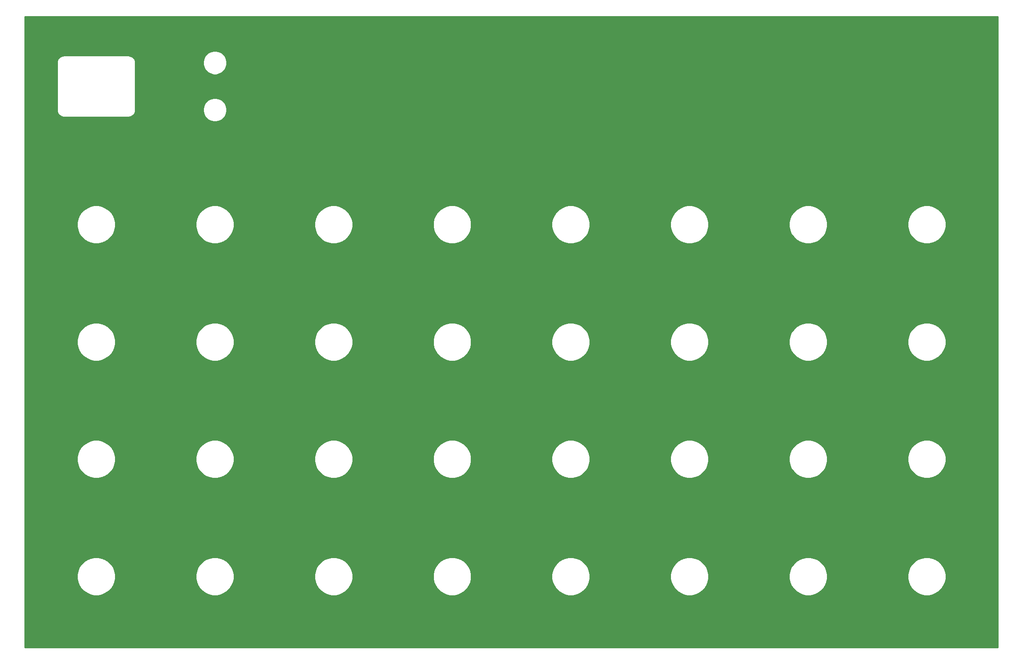
<source format=gbr>
G04 #@! TF.GenerationSoftware,KiCad,Pcbnew,(5.1.8-0-10_14)*
G04 #@! TF.CreationDate,2020-12-02T17:32:51+02:00*
G04 #@! TF.ProjectId,N32B_Top_panel_v1.3,4e333242-5f54-46f7-905f-70616e656c5f,rev?*
G04 #@! TF.SameCoordinates,Original*
G04 #@! TF.FileFunction,Copper,L1,Top*
G04 #@! TF.FilePolarity,Positive*
%FSLAX46Y46*%
G04 Gerber Fmt 4.6, Leading zero omitted, Abs format (unit mm)*
G04 Created by KiCad (PCBNEW (5.1.8-0-10_14)) date 2020-12-02 17:32:51*
%MOMM*%
%LPD*%
G01*
G04 APERTURE LIST*
G04 #@! TA.AperFunction,ComponentPad*
%ADD10C,5.600000*%
G04 #@! TD*
G04 #@! TA.AperFunction,ComponentPad*
%ADD11C,5.000000*%
G04 #@! TD*
G04 #@! TA.AperFunction,Conductor*
%ADD12C,0.254000*%
G04 #@! TD*
G04 #@! TA.AperFunction,Conductor*
%ADD13C,0.100000*%
G04 #@! TD*
G04 APERTURE END LIST*
D10*
X53770000Y-155780001D03*
X149770000Y-155780001D03*
D11*
X53770000Y-33780000D03*
X149770000Y-33780000D03*
X245770000Y-155780001D03*
D10*
X245770000Y-33780000D03*
D12*
X249542639Y-159552697D02*
X50397000Y-159552695D01*
X50397000Y-144593126D01*
X61042006Y-144593126D01*
X61042006Y-145366874D01*
X61192956Y-146125754D01*
X61489057Y-146840603D01*
X61918928Y-147483950D01*
X62466050Y-148031072D01*
X63109397Y-148460943D01*
X63824246Y-148757044D01*
X64583126Y-148907994D01*
X65356874Y-148907994D01*
X66115754Y-148757044D01*
X66830603Y-148460943D01*
X67473950Y-148031072D01*
X68021072Y-147483950D01*
X68450943Y-146840603D01*
X68747044Y-146125754D01*
X68897994Y-145366874D01*
X68897994Y-144593126D01*
X85327720Y-144593126D01*
X85327720Y-145366874D01*
X85478670Y-146125754D01*
X85774771Y-146840603D01*
X86204642Y-147483950D01*
X86751764Y-148031072D01*
X87395111Y-148460943D01*
X88109960Y-148757044D01*
X88868840Y-148907994D01*
X89642588Y-148907994D01*
X90401468Y-148757044D01*
X91116317Y-148460943D01*
X91759664Y-148031072D01*
X92306786Y-147483950D01*
X92736657Y-146840603D01*
X93032758Y-146125754D01*
X93183708Y-145366874D01*
X93183708Y-144593126D01*
X109613434Y-144593126D01*
X109613434Y-145366874D01*
X109764384Y-146125754D01*
X110060485Y-146840603D01*
X110490356Y-147483950D01*
X111037478Y-148031072D01*
X111680825Y-148460943D01*
X112395674Y-148757044D01*
X113154554Y-148907994D01*
X113928302Y-148907994D01*
X114687182Y-148757044D01*
X115402031Y-148460943D01*
X116045378Y-148031072D01*
X116592500Y-147483950D01*
X117022371Y-146840603D01*
X117318472Y-146125754D01*
X117469422Y-145366874D01*
X117469422Y-144593126D01*
X133899148Y-144593126D01*
X133899148Y-145366874D01*
X134050098Y-146125754D01*
X134346199Y-146840603D01*
X134776070Y-147483950D01*
X135323192Y-148031072D01*
X135966539Y-148460943D01*
X136681388Y-148757044D01*
X137440268Y-148907994D01*
X138214016Y-148907994D01*
X138972896Y-148757044D01*
X139687745Y-148460943D01*
X140331092Y-148031072D01*
X140878214Y-147483950D01*
X141308085Y-146840603D01*
X141604186Y-146125754D01*
X141755136Y-145366874D01*
X141755136Y-144593126D01*
X158184863Y-144593126D01*
X158184863Y-145366874D01*
X158335813Y-146125754D01*
X158631914Y-146840603D01*
X159061785Y-147483950D01*
X159608907Y-148031072D01*
X160252254Y-148460943D01*
X160967103Y-148757044D01*
X161725983Y-148907994D01*
X162499731Y-148907994D01*
X163258611Y-148757044D01*
X163973460Y-148460943D01*
X164616807Y-148031072D01*
X165163929Y-147483950D01*
X165593800Y-146840603D01*
X165889901Y-146125754D01*
X166040851Y-145366874D01*
X166040851Y-144593126D01*
X182470577Y-144593126D01*
X182470577Y-145366874D01*
X182621527Y-146125754D01*
X182917628Y-146840603D01*
X183347499Y-147483950D01*
X183894621Y-148031072D01*
X184537968Y-148460943D01*
X185252817Y-148757044D01*
X186011697Y-148907994D01*
X186785445Y-148907994D01*
X187544325Y-148757044D01*
X188259174Y-148460943D01*
X188902521Y-148031072D01*
X189449643Y-147483950D01*
X189879514Y-146840603D01*
X190175615Y-146125754D01*
X190326565Y-145366874D01*
X190326565Y-144593126D01*
X206756291Y-144593126D01*
X206756291Y-145366874D01*
X206907241Y-146125754D01*
X207203342Y-146840603D01*
X207633213Y-147483950D01*
X208180335Y-148031072D01*
X208823682Y-148460943D01*
X209538531Y-148757044D01*
X210297411Y-148907994D01*
X211071159Y-148907994D01*
X211830039Y-148757044D01*
X212544888Y-148460943D01*
X213188235Y-148031072D01*
X213735357Y-147483950D01*
X214165228Y-146840603D01*
X214461329Y-146125754D01*
X214612279Y-145366874D01*
X214612279Y-144593126D01*
X231042006Y-144593126D01*
X231042006Y-145366874D01*
X231192956Y-146125754D01*
X231489057Y-146840603D01*
X231918928Y-147483950D01*
X232466050Y-148031072D01*
X233109397Y-148460943D01*
X233824246Y-148757044D01*
X234583126Y-148907994D01*
X235356874Y-148907994D01*
X236115754Y-148757044D01*
X236830603Y-148460943D01*
X237473950Y-148031072D01*
X238021072Y-147483950D01*
X238450943Y-146840603D01*
X238747044Y-146125754D01*
X238897994Y-145366874D01*
X238897994Y-144593126D01*
X238747044Y-143834246D01*
X238450943Y-143119397D01*
X238021072Y-142476050D01*
X237473950Y-141928928D01*
X236830603Y-141499057D01*
X236115754Y-141202956D01*
X235356874Y-141052006D01*
X234583126Y-141052006D01*
X233824246Y-141202956D01*
X233109397Y-141499057D01*
X232466050Y-141928928D01*
X231918928Y-142476050D01*
X231489057Y-143119397D01*
X231192956Y-143834246D01*
X231042006Y-144593126D01*
X214612279Y-144593126D01*
X214461329Y-143834246D01*
X214165228Y-143119397D01*
X213735357Y-142476050D01*
X213188235Y-141928928D01*
X212544888Y-141499057D01*
X211830039Y-141202956D01*
X211071159Y-141052006D01*
X210297411Y-141052006D01*
X209538531Y-141202956D01*
X208823682Y-141499057D01*
X208180335Y-141928928D01*
X207633213Y-142476050D01*
X207203342Y-143119397D01*
X206907241Y-143834246D01*
X206756291Y-144593126D01*
X190326565Y-144593126D01*
X190175615Y-143834246D01*
X189879514Y-143119397D01*
X189449643Y-142476050D01*
X188902521Y-141928928D01*
X188259174Y-141499057D01*
X187544325Y-141202956D01*
X186785445Y-141052006D01*
X186011697Y-141052006D01*
X185252817Y-141202956D01*
X184537968Y-141499057D01*
X183894621Y-141928928D01*
X183347499Y-142476050D01*
X182917628Y-143119397D01*
X182621527Y-143834246D01*
X182470577Y-144593126D01*
X166040851Y-144593126D01*
X165889901Y-143834246D01*
X165593800Y-143119397D01*
X165163929Y-142476050D01*
X164616807Y-141928928D01*
X163973460Y-141499057D01*
X163258611Y-141202956D01*
X162499731Y-141052006D01*
X161725983Y-141052006D01*
X160967103Y-141202956D01*
X160252254Y-141499057D01*
X159608907Y-141928928D01*
X159061785Y-142476050D01*
X158631914Y-143119397D01*
X158335813Y-143834246D01*
X158184863Y-144593126D01*
X141755136Y-144593126D01*
X141604186Y-143834246D01*
X141308085Y-143119397D01*
X140878214Y-142476050D01*
X140331092Y-141928928D01*
X139687745Y-141499057D01*
X138972896Y-141202956D01*
X138214016Y-141052006D01*
X137440268Y-141052006D01*
X136681388Y-141202956D01*
X135966539Y-141499057D01*
X135323192Y-141928928D01*
X134776070Y-142476050D01*
X134346199Y-143119397D01*
X134050098Y-143834246D01*
X133899148Y-144593126D01*
X117469422Y-144593126D01*
X117318472Y-143834246D01*
X117022371Y-143119397D01*
X116592500Y-142476050D01*
X116045378Y-141928928D01*
X115402031Y-141499057D01*
X114687182Y-141202956D01*
X113928302Y-141052006D01*
X113154554Y-141052006D01*
X112395674Y-141202956D01*
X111680825Y-141499057D01*
X111037478Y-141928928D01*
X110490356Y-142476050D01*
X110060485Y-143119397D01*
X109764384Y-143834246D01*
X109613434Y-144593126D01*
X93183708Y-144593126D01*
X93032758Y-143834246D01*
X92736657Y-143119397D01*
X92306786Y-142476050D01*
X91759664Y-141928928D01*
X91116317Y-141499057D01*
X90401468Y-141202956D01*
X89642588Y-141052006D01*
X88868840Y-141052006D01*
X88109960Y-141202956D01*
X87395111Y-141499057D01*
X86751764Y-141928928D01*
X86204642Y-142476050D01*
X85774771Y-143119397D01*
X85478670Y-143834246D01*
X85327720Y-144593126D01*
X68897994Y-144593126D01*
X68747044Y-143834246D01*
X68450943Y-143119397D01*
X68021072Y-142476050D01*
X67473950Y-141928928D01*
X66830603Y-141499057D01*
X66115754Y-141202956D01*
X65356874Y-141052006D01*
X64583126Y-141052006D01*
X63824246Y-141202956D01*
X63109397Y-141499057D01*
X62466050Y-141928928D01*
X61918928Y-142476050D01*
X61489057Y-143119397D01*
X61192956Y-143834246D01*
X61042006Y-144593126D01*
X50397000Y-144593126D01*
X50397000Y-120593126D01*
X61042006Y-120593126D01*
X61042006Y-121366874D01*
X61192956Y-122125754D01*
X61489057Y-122840603D01*
X61918928Y-123483950D01*
X62466050Y-124031072D01*
X63109397Y-124460943D01*
X63824246Y-124757044D01*
X64583126Y-124907994D01*
X65356874Y-124907994D01*
X66115754Y-124757044D01*
X66830603Y-124460943D01*
X67473950Y-124031072D01*
X68021072Y-123483950D01*
X68450943Y-122840603D01*
X68747044Y-122125754D01*
X68897994Y-121366874D01*
X68897994Y-120593126D01*
X85327720Y-120593126D01*
X85327720Y-121366874D01*
X85478670Y-122125754D01*
X85774771Y-122840603D01*
X86204642Y-123483950D01*
X86751764Y-124031072D01*
X87395111Y-124460943D01*
X88109960Y-124757044D01*
X88868840Y-124907994D01*
X89642588Y-124907994D01*
X90401468Y-124757044D01*
X91116317Y-124460943D01*
X91759664Y-124031072D01*
X92306786Y-123483950D01*
X92736657Y-122840603D01*
X93032758Y-122125754D01*
X93183708Y-121366874D01*
X93183708Y-120593126D01*
X109613434Y-120593126D01*
X109613434Y-121366874D01*
X109764384Y-122125754D01*
X110060485Y-122840603D01*
X110490356Y-123483950D01*
X111037478Y-124031072D01*
X111680825Y-124460943D01*
X112395674Y-124757044D01*
X113154554Y-124907994D01*
X113928302Y-124907994D01*
X114687182Y-124757044D01*
X115402031Y-124460943D01*
X116045378Y-124031072D01*
X116592500Y-123483950D01*
X117022371Y-122840603D01*
X117318472Y-122125754D01*
X117469422Y-121366874D01*
X117469422Y-120593126D01*
X133899148Y-120593126D01*
X133899148Y-121366874D01*
X134050098Y-122125754D01*
X134346199Y-122840603D01*
X134776070Y-123483950D01*
X135323192Y-124031072D01*
X135966539Y-124460943D01*
X136681388Y-124757044D01*
X137440268Y-124907994D01*
X138214016Y-124907994D01*
X138972896Y-124757044D01*
X139687745Y-124460943D01*
X140331092Y-124031072D01*
X140878214Y-123483950D01*
X141308085Y-122840603D01*
X141604186Y-122125754D01*
X141755136Y-121366874D01*
X141755136Y-120593126D01*
X158184863Y-120593126D01*
X158184863Y-121366874D01*
X158335813Y-122125754D01*
X158631914Y-122840603D01*
X159061785Y-123483950D01*
X159608907Y-124031072D01*
X160252254Y-124460943D01*
X160967103Y-124757044D01*
X161725983Y-124907994D01*
X162499731Y-124907994D01*
X163258611Y-124757044D01*
X163973460Y-124460943D01*
X164616807Y-124031072D01*
X165163929Y-123483950D01*
X165593800Y-122840603D01*
X165889901Y-122125754D01*
X166040851Y-121366874D01*
X166040851Y-120593126D01*
X182470577Y-120593126D01*
X182470577Y-121366874D01*
X182621527Y-122125754D01*
X182917628Y-122840603D01*
X183347499Y-123483950D01*
X183894621Y-124031072D01*
X184537968Y-124460943D01*
X185252817Y-124757044D01*
X186011697Y-124907994D01*
X186785445Y-124907994D01*
X187544325Y-124757044D01*
X188259174Y-124460943D01*
X188902521Y-124031072D01*
X189449643Y-123483950D01*
X189879514Y-122840603D01*
X190175615Y-122125754D01*
X190326565Y-121366874D01*
X190326565Y-120593126D01*
X206756291Y-120593126D01*
X206756291Y-121366874D01*
X206907241Y-122125754D01*
X207203342Y-122840603D01*
X207633213Y-123483950D01*
X208180335Y-124031072D01*
X208823682Y-124460943D01*
X209538531Y-124757044D01*
X210297411Y-124907994D01*
X211071159Y-124907994D01*
X211830039Y-124757044D01*
X212544888Y-124460943D01*
X213188235Y-124031072D01*
X213735357Y-123483950D01*
X214165228Y-122840603D01*
X214461329Y-122125754D01*
X214612279Y-121366874D01*
X214612279Y-120593126D01*
X231042006Y-120593126D01*
X231042006Y-121366874D01*
X231192956Y-122125754D01*
X231489057Y-122840603D01*
X231918928Y-123483950D01*
X232466050Y-124031072D01*
X233109397Y-124460943D01*
X233824246Y-124757044D01*
X234583126Y-124907994D01*
X235356874Y-124907994D01*
X236115754Y-124757044D01*
X236830603Y-124460943D01*
X237473950Y-124031072D01*
X238021072Y-123483950D01*
X238450943Y-122840603D01*
X238747044Y-122125754D01*
X238897994Y-121366874D01*
X238897994Y-120593126D01*
X238747044Y-119834246D01*
X238450943Y-119119397D01*
X238021072Y-118476050D01*
X237473950Y-117928928D01*
X236830603Y-117499057D01*
X236115754Y-117202956D01*
X235356874Y-117052006D01*
X234583126Y-117052006D01*
X233824246Y-117202956D01*
X233109397Y-117499057D01*
X232466050Y-117928928D01*
X231918928Y-118476050D01*
X231489057Y-119119397D01*
X231192956Y-119834246D01*
X231042006Y-120593126D01*
X214612279Y-120593126D01*
X214461329Y-119834246D01*
X214165228Y-119119397D01*
X213735357Y-118476050D01*
X213188235Y-117928928D01*
X212544888Y-117499057D01*
X211830039Y-117202956D01*
X211071159Y-117052006D01*
X210297411Y-117052006D01*
X209538531Y-117202956D01*
X208823682Y-117499057D01*
X208180335Y-117928928D01*
X207633213Y-118476050D01*
X207203342Y-119119397D01*
X206907241Y-119834246D01*
X206756291Y-120593126D01*
X190326565Y-120593126D01*
X190175615Y-119834246D01*
X189879514Y-119119397D01*
X189449643Y-118476050D01*
X188902521Y-117928928D01*
X188259174Y-117499057D01*
X187544325Y-117202956D01*
X186785445Y-117052006D01*
X186011697Y-117052006D01*
X185252817Y-117202956D01*
X184537968Y-117499057D01*
X183894621Y-117928928D01*
X183347499Y-118476050D01*
X182917628Y-119119397D01*
X182621527Y-119834246D01*
X182470577Y-120593126D01*
X166040851Y-120593126D01*
X165889901Y-119834246D01*
X165593800Y-119119397D01*
X165163929Y-118476050D01*
X164616807Y-117928928D01*
X163973460Y-117499057D01*
X163258611Y-117202956D01*
X162499731Y-117052006D01*
X161725983Y-117052006D01*
X160967103Y-117202956D01*
X160252254Y-117499057D01*
X159608907Y-117928928D01*
X159061785Y-118476050D01*
X158631914Y-119119397D01*
X158335813Y-119834246D01*
X158184863Y-120593126D01*
X141755136Y-120593126D01*
X141604186Y-119834246D01*
X141308085Y-119119397D01*
X140878214Y-118476050D01*
X140331092Y-117928928D01*
X139687745Y-117499057D01*
X138972896Y-117202956D01*
X138214016Y-117052006D01*
X137440268Y-117052006D01*
X136681388Y-117202956D01*
X135966539Y-117499057D01*
X135323192Y-117928928D01*
X134776070Y-118476050D01*
X134346199Y-119119397D01*
X134050098Y-119834246D01*
X133899148Y-120593126D01*
X117469422Y-120593126D01*
X117318472Y-119834246D01*
X117022371Y-119119397D01*
X116592500Y-118476050D01*
X116045378Y-117928928D01*
X115402031Y-117499057D01*
X114687182Y-117202956D01*
X113928302Y-117052006D01*
X113154554Y-117052006D01*
X112395674Y-117202956D01*
X111680825Y-117499057D01*
X111037478Y-117928928D01*
X110490356Y-118476050D01*
X110060485Y-119119397D01*
X109764384Y-119834246D01*
X109613434Y-120593126D01*
X93183708Y-120593126D01*
X93032758Y-119834246D01*
X92736657Y-119119397D01*
X92306786Y-118476050D01*
X91759664Y-117928928D01*
X91116317Y-117499057D01*
X90401468Y-117202956D01*
X89642588Y-117052006D01*
X88868840Y-117052006D01*
X88109960Y-117202956D01*
X87395111Y-117499057D01*
X86751764Y-117928928D01*
X86204642Y-118476050D01*
X85774771Y-119119397D01*
X85478670Y-119834246D01*
X85327720Y-120593126D01*
X68897994Y-120593126D01*
X68747044Y-119834246D01*
X68450943Y-119119397D01*
X68021072Y-118476050D01*
X67473950Y-117928928D01*
X66830603Y-117499057D01*
X66115754Y-117202956D01*
X65356874Y-117052006D01*
X64583126Y-117052006D01*
X63824246Y-117202956D01*
X63109397Y-117499057D01*
X62466050Y-117928928D01*
X61918928Y-118476050D01*
X61489057Y-119119397D01*
X61192956Y-119834246D01*
X61042006Y-120593126D01*
X50397000Y-120593126D01*
X50397000Y-96593126D01*
X61042006Y-96593126D01*
X61042006Y-97366874D01*
X61192956Y-98125754D01*
X61489057Y-98840603D01*
X61918928Y-99483950D01*
X62466050Y-100031072D01*
X63109397Y-100460943D01*
X63824246Y-100757044D01*
X64583126Y-100907994D01*
X65356874Y-100907994D01*
X66115754Y-100757044D01*
X66830603Y-100460943D01*
X67473950Y-100031072D01*
X68021072Y-99483950D01*
X68450943Y-98840603D01*
X68747044Y-98125754D01*
X68897994Y-97366874D01*
X68897994Y-96593126D01*
X85327720Y-96593126D01*
X85327720Y-97366874D01*
X85478670Y-98125754D01*
X85774771Y-98840603D01*
X86204642Y-99483950D01*
X86751764Y-100031072D01*
X87395111Y-100460943D01*
X88109960Y-100757044D01*
X88868840Y-100907994D01*
X89642588Y-100907994D01*
X90401468Y-100757044D01*
X91116317Y-100460943D01*
X91759664Y-100031072D01*
X92306786Y-99483950D01*
X92736657Y-98840603D01*
X93032758Y-98125754D01*
X93183708Y-97366874D01*
X93183708Y-96593126D01*
X109613434Y-96593126D01*
X109613434Y-97366874D01*
X109764384Y-98125754D01*
X110060485Y-98840603D01*
X110490356Y-99483950D01*
X111037478Y-100031072D01*
X111680825Y-100460943D01*
X112395674Y-100757044D01*
X113154554Y-100907994D01*
X113928302Y-100907994D01*
X114687182Y-100757044D01*
X115402031Y-100460943D01*
X116045378Y-100031072D01*
X116592500Y-99483950D01*
X117022371Y-98840603D01*
X117318472Y-98125754D01*
X117469422Y-97366874D01*
X117469422Y-96593126D01*
X133899148Y-96593126D01*
X133899148Y-97366874D01*
X134050098Y-98125754D01*
X134346199Y-98840603D01*
X134776070Y-99483950D01*
X135323192Y-100031072D01*
X135966539Y-100460943D01*
X136681388Y-100757044D01*
X137440268Y-100907994D01*
X138214016Y-100907994D01*
X138972896Y-100757044D01*
X139687745Y-100460943D01*
X140331092Y-100031072D01*
X140878214Y-99483950D01*
X141308085Y-98840603D01*
X141604186Y-98125754D01*
X141755136Y-97366874D01*
X141755136Y-96593126D01*
X158184863Y-96593126D01*
X158184863Y-97366874D01*
X158335813Y-98125754D01*
X158631914Y-98840603D01*
X159061785Y-99483950D01*
X159608907Y-100031072D01*
X160252254Y-100460943D01*
X160967103Y-100757044D01*
X161725983Y-100907994D01*
X162499731Y-100907994D01*
X163258611Y-100757044D01*
X163973460Y-100460943D01*
X164616807Y-100031072D01*
X165163929Y-99483950D01*
X165593800Y-98840603D01*
X165889901Y-98125754D01*
X166040851Y-97366874D01*
X166040851Y-96593126D01*
X182470577Y-96593126D01*
X182470577Y-97366874D01*
X182621527Y-98125754D01*
X182917628Y-98840603D01*
X183347499Y-99483950D01*
X183894621Y-100031072D01*
X184537968Y-100460943D01*
X185252817Y-100757044D01*
X186011697Y-100907994D01*
X186785445Y-100907994D01*
X187544325Y-100757044D01*
X188259174Y-100460943D01*
X188902521Y-100031072D01*
X189449643Y-99483950D01*
X189879514Y-98840603D01*
X190175615Y-98125754D01*
X190326565Y-97366874D01*
X190326565Y-96593126D01*
X206756291Y-96593126D01*
X206756291Y-97366874D01*
X206907241Y-98125754D01*
X207203342Y-98840603D01*
X207633213Y-99483950D01*
X208180335Y-100031072D01*
X208823682Y-100460943D01*
X209538531Y-100757044D01*
X210297411Y-100907994D01*
X211071159Y-100907994D01*
X211830039Y-100757044D01*
X212544888Y-100460943D01*
X213188235Y-100031072D01*
X213735357Y-99483950D01*
X214165228Y-98840603D01*
X214461329Y-98125754D01*
X214612279Y-97366874D01*
X214612279Y-96593126D01*
X231042006Y-96593126D01*
X231042006Y-97366874D01*
X231192956Y-98125754D01*
X231489057Y-98840603D01*
X231918928Y-99483950D01*
X232466050Y-100031072D01*
X233109397Y-100460943D01*
X233824246Y-100757044D01*
X234583126Y-100907994D01*
X235356874Y-100907994D01*
X236115754Y-100757044D01*
X236830603Y-100460943D01*
X237473950Y-100031072D01*
X238021072Y-99483950D01*
X238450943Y-98840603D01*
X238747044Y-98125754D01*
X238897994Y-97366874D01*
X238897994Y-96593126D01*
X238747044Y-95834246D01*
X238450943Y-95119397D01*
X238021072Y-94476050D01*
X237473950Y-93928928D01*
X236830603Y-93499057D01*
X236115754Y-93202956D01*
X235356874Y-93052006D01*
X234583126Y-93052006D01*
X233824246Y-93202956D01*
X233109397Y-93499057D01*
X232466050Y-93928928D01*
X231918928Y-94476050D01*
X231489057Y-95119397D01*
X231192956Y-95834246D01*
X231042006Y-96593126D01*
X214612279Y-96593126D01*
X214461329Y-95834246D01*
X214165228Y-95119397D01*
X213735357Y-94476050D01*
X213188235Y-93928928D01*
X212544888Y-93499057D01*
X211830039Y-93202956D01*
X211071159Y-93052006D01*
X210297411Y-93052006D01*
X209538531Y-93202956D01*
X208823682Y-93499057D01*
X208180335Y-93928928D01*
X207633213Y-94476050D01*
X207203342Y-95119397D01*
X206907241Y-95834246D01*
X206756291Y-96593126D01*
X190326565Y-96593126D01*
X190175615Y-95834246D01*
X189879514Y-95119397D01*
X189449643Y-94476050D01*
X188902521Y-93928928D01*
X188259174Y-93499057D01*
X187544325Y-93202956D01*
X186785445Y-93052006D01*
X186011697Y-93052006D01*
X185252817Y-93202956D01*
X184537968Y-93499057D01*
X183894621Y-93928928D01*
X183347499Y-94476050D01*
X182917628Y-95119397D01*
X182621527Y-95834246D01*
X182470577Y-96593126D01*
X166040851Y-96593126D01*
X165889901Y-95834246D01*
X165593800Y-95119397D01*
X165163929Y-94476050D01*
X164616807Y-93928928D01*
X163973460Y-93499057D01*
X163258611Y-93202956D01*
X162499731Y-93052006D01*
X161725983Y-93052006D01*
X160967103Y-93202956D01*
X160252254Y-93499057D01*
X159608907Y-93928928D01*
X159061785Y-94476050D01*
X158631914Y-95119397D01*
X158335813Y-95834246D01*
X158184863Y-96593126D01*
X141755136Y-96593126D01*
X141604186Y-95834246D01*
X141308085Y-95119397D01*
X140878214Y-94476050D01*
X140331092Y-93928928D01*
X139687745Y-93499057D01*
X138972896Y-93202956D01*
X138214016Y-93052006D01*
X137440268Y-93052006D01*
X136681388Y-93202956D01*
X135966539Y-93499057D01*
X135323192Y-93928928D01*
X134776070Y-94476050D01*
X134346199Y-95119397D01*
X134050098Y-95834246D01*
X133899148Y-96593126D01*
X117469422Y-96593126D01*
X117318472Y-95834246D01*
X117022371Y-95119397D01*
X116592500Y-94476050D01*
X116045378Y-93928928D01*
X115402031Y-93499057D01*
X114687182Y-93202956D01*
X113928302Y-93052006D01*
X113154554Y-93052006D01*
X112395674Y-93202956D01*
X111680825Y-93499057D01*
X111037478Y-93928928D01*
X110490356Y-94476050D01*
X110060485Y-95119397D01*
X109764384Y-95834246D01*
X109613434Y-96593126D01*
X93183708Y-96593126D01*
X93032758Y-95834246D01*
X92736657Y-95119397D01*
X92306786Y-94476050D01*
X91759664Y-93928928D01*
X91116317Y-93499057D01*
X90401468Y-93202956D01*
X89642588Y-93052006D01*
X88868840Y-93052006D01*
X88109960Y-93202956D01*
X87395111Y-93499057D01*
X86751764Y-93928928D01*
X86204642Y-94476050D01*
X85774771Y-95119397D01*
X85478670Y-95834246D01*
X85327720Y-96593126D01*
X68897994Y-96593126D01*
X68747044Y-95834246D01*
X68450943Y-95119397D01*
X68021072Y-94476050D01*
X67473950Y-93928928D01*
X66830603Y-93499057D01*
X66115754Y-93202956D01*
X65356874Y-93052006D01*
X64583126Y-93052006D01*
X63824246Y-93202956D01*
X63109397Y-93499057D01*
X62466050Y-93928928D01*
X61918928Y-94476050D01*
X61489057Y-95119397D01*
X61192956Y-95834246D01*
X61042006Y-96593126D01*
X50397000Y-96593126D01*
X50397000Y-72593126D01*
X61042006Y-72593126D01*
X61042006Y-73366874D01*
X61192956Y-74125754D01*
X61489057Y-74840603D01*
X61918928Y-75483950D01*
X62466050Y-76031072D01*
X63109397Y-76460943D01*
X63824246Y-76757044D01*
X64583126Y-76907994D01*
X65356874Y-76907994D01*
X66115754Y-76757044D01*
X66830603Y-76460943D01*
X67473950Y-76031072D01*
X68021072Y-75483950D01*
X68450943Y-74840603D01*
X68747044Y-74125754D01*
X68897994Y-73366874D01*
X68897994Y-72593126D01*
X85327720Y-72593126D01*
X85327720Y-73366874D01*
X85478670Y-74125754D01*
X85774771Y-74840603D01*
X86204642Y-75483950D01*
X86751764Y-76031072D01*
X87395111Y-76460943D01*
X88109960Y-76757044D01*
X88868840Y-76907994D01*
X89642588Y-76907994D01*
X90401468Y-76757044D01*
X91116317Y-76460943D01*
X91759664Y-76031072D01*
X92306786Y-75483950D01*
X92736657Y-74840603D01*
X93032758Y-74125754D01*
X93183708Y-73366874D01*
X93183708Y-72593126D01*
X109613434Y-72593126D01*
X109613434Y-73366874D01*
X109764384Y-74125754D01*
X110060485Y-74840603D01*
X110490356Y-75483950D01*
X111037478Y-76031072D01*
X111680825Y-76460943D01*
X112395674Y-76757044D01*
X113154554Y-76907994D01*
X113928302Y-76907994D01*
X114687182Y-76757044D01*
X115402031Y-76460943D01*
X116045378Y-76031072D01*
X116592500Y-75483950D01*
X117022371Y-74840603D01*
X117318472Y-74125754D01*
X117469422Y-73366874D01*
X117469422Y-72593126D01*
X133899148Y-72593126D01*
X133899148Y-73366874D01*
X134050098Y-74125754D01*
X134346199Y-74840603D01*
X134776070Y-75483950D01*
X135323192Y-76031072D01*
X135966539Y-76460943D01*
X136681388Y-76757044D01*
X137440268Y-76907994D01*
X138214016Y-76907994D01*
X138972896Y-76757044D01*
X139687745Y-76460943D01*
X140331092Y-76031072D01*
X140878214Y-75483950D01*
X141308085Y-74840603D01*
X141604186Y-74125754D01*
X141755136Y-73366874D01*
X141755136Y-72593126D01*
X158184863Y-72593126D01*
X158184863Y-73366874D01*
X158335813Y-74125754D01*
X158631914Y-74840603D01*
X159061785Y-75483950D01*
X159608907Y-76031072D01*
X160252254Y-76460943D01*
X160967103Y-76757044D01*
X161725983Y-76907994D01*
X162499731Y-76907994D01*
X163258611Y-76757044D01*
X163973460Y-76460943D01*
X164616807Y-76031072D01*
X165163929Y-75483950D01*
X165593800Y-74840603D01*
X165889901Y-74125754D01*
X166040851Y-73366874D01*
X166040851Y-72593126D01*
X182470577Y-72593126D01*
X182470577Y-73366874D01*
X182621527Y-74125754D01*
X182917628Y-74840603D01*
X183347499Y-75483950D01*
X183894621Y-76031072D01*
X184537968Y-76460943D01*
X185252817Y-76757044D01*
X186011697Y-76907994D01*
X186785445Y-76907994D01*
X187544325Y-76757044D01*
X188259174Y-76460943D01*
X188902521Y-76031072D01*
X189449643Y-75483950D01*
X189879514Y-74840603D01*
X190175615Y-74125754D01*
X190326565Y-73366874D01*
X190326565Y-72593126D01*
X206756291Y-72593126D01*
X206756291Y-73366874D01*
X206907241Y-74125754D01*
X207203342Y-74840603D01*
X207633213Y-75483950D01*
X208180335Y-76031072D01*
X208823682Y-76460943D01*
X209538531Y-76757044D01*
X210297411Y-76907994D01*
X211071159Y-76907994D01*
X211830039Y-76757044D01*
X212544888Y-76460943D01*
X213188235Y-76031072D01*
X213735357Y-75483950D01*
X214165228Y-74840603D01*
X214461329Y-74125754D01*
X214612279Y-73366874D01*
X214612279Y-72593126D01*
X231042006Y-72593126D01*
X231042006Y-73366874D01*
X231192956Y-74125754D01*
X231489057Y-74840603D01*
X231918928Y-75483950D01*
X232466050Y-76031072D01*
X233109397Y-76460943D01*
X233824246Y-76757044D01*
X234583126Y-76907994D01*
X235356874Y-76907994D01*
X236115754Y-76757044D01*
X236830603Y-76460943D01*
X237473950Y-76031072D01*
X238021072Y-75483950D01*
X238450943Y-74840603D01*
X238747044Y-74125754D01*
X238897994Y-73366874D01*
X238897994Y-72593126D01*
X238747044Y-71834246D01*
X238450943Y-71119397D01*
X238021072Y-70476050D01*
X237473950Y-69928928D01*
X236830603Y-69499057D01*
X236115754Y-69202956D01*
X235356874Y-69052006D01*
X234583126Y-69052006D01*
X233824246Y-69202956D01*
X233109397Y-69499057D01*
X232466050Y-69928928D01*
X231918928Y-70476050D01*
X231489057Y-71119397D01*
X231192956Y-71834246D01*
X231042006Y-72593126D01*
X214612279Y-72593126D01*
X214461329Y-71834246D01*
X214165228Y-71119397D01*
X213735357Y-70476050D01*
X213188235Y-69928928D01*
X212544888Y-69499057D01*
X211830039Y-69202956D01*
X211071159Y-69052006D01*
X210297411Y-69052006D01*
X209538531Y-69202956D01*
X208823682Y-69499057D01*
X208180335Y-69928928D01*
X207633213Y-70476050D01*
X207203342Y-71119397D01*
X206907241Y-71834246D01*
X206756291Y-72593126D01*
X190326565Y-72593126D01*
X190175615Y-71834246D01*
X189879514Y-71119397D01*
X189449643Y-70476050D01*
X188902521Y-69928928D01*
X188259174Y-69499057D01*
X187544325Y-69202956D01*
X186785445Y-69052006D01*
X186011697Y-69052006D01*
X185252817Y-69202956D01*
X184537968Y-69499057D01*
X183894621Y-69928928D01*
X183347499Y-70476050D01*
X182917628Y-71119397D01*
X182621527Y-71834246D01*
X182470577Y-72593126D01*
X166040851Y-72593126D01*
X165889901Y-71834246D01*
X165593800Y-71119397D01*
X165163929Y-70476050D01*
X164616807Y-69928928D01*
X163973460Y-69499057D01*
X163258611Y-69202956D01*
X162499731Y-69052006D01*
X161725983Y-69052006D01*
X160967103Y-69202956D01*
X160252254Y-69499057D01*
X159608907Y-69928928D01*
X159061785Y-70476050D01*
X158631914Y-71119397D01*
X158335813Y-71834246D01*
X158184863Y-72593126D01*
X141755136Y-72593126D01*
X141604186Y-71834246D01*
X141308085Y-71119397D01*
X140878214Y-70476050D01*
X140331092Y-69928928D01*
X139687745Y-69499057D01*
X138972896Y-69202956D01*
X138214016Y-69052006D01*
X137440268Y-69052006D01*
X136681388Y-69202956D01*
X135966539Y-69499057D01*
X135323192Y-69928928D01*
X134776070Y-70476050D01*
X134346199Y-71119397D01*
X134050098Y-71834246D01*
X133899148Y-72593126D01*
X117469422Y-72593126D01*
X117318472Y-71834246D01*
X117022371Y-71119397D01*
X116592500Y-70476050D01*
X116045378Y-69928928D01*
X115402031Y-69499057D01*
X114687182Y-69202956D01*
X113928302Y-69052006D01*
X113154554Y-69052006D01*
X112395674Y-69202956D01*
X111680825Y-69499057D01*
X111037478Y-69928928D01*
X110490356Y-70476050D01*
X110060485Y-71119397D01*
X109764384Y-71834246D01*
X109613434Y-72593126D01*
X93183708Y-72593126D01*
X93032758Y-71834246D01*
X92736657Y-71119397D01*
X92306786Y-70476050D01*
X91759664Y-69928928D01*
X91116317Y-69499057D01*
X90401468Y-69202956D01*
X89642588Y-69052006D01*
X88868840Y-69052006D01*
X88109960Y-69202956D01*
X87395111Y-69499057D01*
X86751764Y-69928928D01*
X86204642Y-70476050D01*
X85774771Y-71119397D01*
X85478670Y-71834246D01*
X85327720Y-72593126D01*
X68897994Y-72593126D01*
X68747044Y-71834246D01*
X68450943Y-71119397D01*
X68021072Y-70476050D01*
X67473950Y-69928928D01*
X66830603Y-69499057D01*
X66115754Y-69202956D01*
X65356874Y-69052006D01*
X64583126Y-69052006D01*
X63824246Y-69202956D01*
X63109397Y-69499057D01*
X62466050Y-69928928D01*
X61918928Y-70476050D01*
X61489057Y-71119397D01*
X61192956Y-71834246D01*
X61042006Y-72593126D01*
X50397000Y-72593126D01*
X50397000Y-39813562D01*
X56943000Y-39813562D01*
X56943001Y-49567517D01*
X56944825Y-49586038D01*
X56944782Y-49592221D01*
X56945363Y-49598155D01*
X56965764Y-49792252D01*
X56973550Y-49830183D01*
X56980798Y-49868176D01*
X56982521Y-49873884D01*
X57040233Y-50060322D01*
X57055240Y-50096022D01*
X57069728Y-50131881D01*
X57072527Y-50137146D01*
X57165352Y-50308823D01*
X57187002Y-50340921D01*
X57208185Y-50373292D01*
X57211953Y-50377913D01*
X57336357Y-50528290D01*
X57363825Y-50555568D01*
X57390896Y-50583211D01*
X57395489Y-50587011D01*
X57546731Y-50710361D01*
X57579003Y-50731803D01*
X57610900Y-50753643D01*
X57616139Y-50756476D01*
X57616143Y-50756479D01*
X57616147Y-50756481D01*
X57788466Y-50848104D01*
X57824285Y-50862868D01*
X57859818Y-50878097D01*
X57865504Y-50879857D01*
X57865514Y-50879861D01*
X57865524Y-50879863D01*
X58052350Y-50936270D01*
X58090368Y-50943797D01*
X58128168Y-50951832D01*
X58134098Y-50952456D01*
X58327865Y-50971455D01*
X58349022Y-50973539D01*
X71590977Y-50973539D01*
X71609508Y-50971714D01*
X71615681Y-50971757D01*
X71621615Y-50971176D01*
X71815712Y-50950775D01*
X71853669Y-50942983D01*
X71891634Y-50935741D01*
X71897342Y-50934019D01*
X72083780Y-50876308D01*
X72119487Y-50861298D01*
X72155343Y-50846811D01*
X72160601Y-50844016D01*
X72160605Y-50844014D01*
X72160608Y-50844012D01*
X72332285Y-50751186D01*
X72364358Y-50729552D01*
X72396751Y-50708355D01*
X72401371Y-50704587D01*
X72551750Y-50580183D01*
X72579046Y-50552696D01*
X72606670Y-50525644D01*
X72610471Y-50521051D01*
X72733822Y-50369808D01*
X72755254Y-50337550D01*
X72777103Y-50305640D01*
X72779939Y-50300396D01*
X72871564Y-50128075D01*
X72886313Y-50092291D01*
X72901558Y-50056722D01*
X72903321Y-50051026D01*
X72959731Y-49864190D01*
X72967258Y-49826172D01*
X72975293Y-49788372D01*
X72975917Y-49782442D01*
X72994962Y-49588209D01*
X72997000Y-49567517D01*
X72997000Y-49261227D01*
X86820783Y-49261227D01*
X86820783Y-49740923D01*
X86914367Y-50211402D01*
X87097939Y-50654583D01*
X87364443Y-51053435D01*
X87703640Y-51392632D01*
X88102492Y-51659136D01*
X88545673Y-51842708D01*
X89016152Y-51936292D01*
X89495848Y-51936292D01*
X89966327Y-51842708D01*
X90409508Y-51659136D01*
X90808360Y-51392632D01*
X91147557Y-51053435D01*
X91414061Y-50654583D01*
X91597633Y-50211402D01*
X91691217Y-49740923D01*
X91691217Y-49261227D01*
X91597633Y-48790748D01*
X91414061Y-48347567D01*
X91147557Y-47948715D01*
X90808360Y-47609518D01*
X90409508Y-47343014D01*
X89966327Y-47159442D01*
X89495848Y-47065858D01*
X89016152Y-47065858D01*
X88545673Y-47159442D01*
X88102492Y-47343014D01*
X87703640Y-47609518D01*
X87364443Y-47948715D01*
X87097939Y-48347567D01*
X86914367Y-48790748D01*
X86820783Y-49261227D01*
X72997000Y-49261227D01*
X72997000Y-39813561D01*
X72995175Y-39795030D01*
X72995218Y-39788857D01*
X72994637Y-39782923D01*
X72979631Y-39640154D01*
X86820783Y-39640154D01*
X86820783Y-40119850D01*
X86914367Y-40590329D01*
X87097939Y-41033510D01*
X87364443Y-41432362D01*
X87703640Y-41771559D01*
X88102492Y-42038063D01*
X88545673Y-42221635D01*
X89016152Y-42315219D01*
X89495848Y-42315219D01*
X89966327Y-42221635D01*
X90409508Y-42038063D01*
X90808360Y-41771559D01*
X91147557Y-41432362D01*
X91414061Y-41033510D01*
X91597633Y-40590329D01*
X91691217Y-40119850D01*
X91691217Y-39640154D01*
X91597633Y-39169675D01*
X91414061Y-38726494D01*
X91147557Y-38327642D01*
X90808360Y-37988445D01*
X90409508Y-37721941D01*
X89966327Y-37538369D01*
X89495848Y-37444785D01*
X89016152Y-37444785D01*
X88545673Y-37538369D01*
X88102492Y-37721941D01*
X87703640Y-37988445D01*
X87364443Y-38327642D01*
X87097939Y-38726494D01*
X86914367Y-39169675D01*
X86820783Y-39640154D01*
X72979631Y-39640154D01*
X72974236Y-39588826D01*
X72966450Y-39550895D01*
X72959202Y-39512902D01*
X72957479Y-39507194D01*
X72899767Y-39320756D01*
X72884770Y-39285081D01*
X72870272Y-39249196D01*
X72867473Y-39243932D01*
X72774648Y-39072255D01*
X72752990Y-39040145D01*
X72731814Y-39007786D01*
X72728046Y-39003165D01*
X72603643Y-38852787D01*
X72576156Y-38825491D01*
X72549104Y-38797867D01*
X72544511Y-38794067D01*
X72393269Y-38670717D01*
X72361015Y-38649287D01*
X72329101Y-38627435D01*
X72323861Y-38624602D01*
X72323857Y-38624599D01*
X72323853Y-38624597D01*
X72151534Y-38532974D01*
X72115727Y-38518215D01*
X72080182Y-38502981D01*
X72074493Y-38501220D01*
X72074486Y-38501217D01*
X72074479Y-38501216D01*
X71887650Y-38444809D01*
X71849698Y-38437294D01*
X71811831Y-38429245D01*
X71805902Y-38428622D01*
X71612133Y-38409623D01*
X71590977Y-38407539D01*
X58349022Y-38407539D01*
X58330491Y-38409364D01*
X58324318Y-38409321D01*
X58318384Y-38409902D01*
X58124287Y-38430303D01*
X58086356Y-38438089D01*
X58048363Y-38445337D01*
X58042657Y-38447059D01*
X58042651Y-38447061D01*
X57856217Y-38504772D01*
X57820542Y-38519769D01*
X57784657Y-38534267D01*
X57779393Y-38537066D01*
X57607716Y-38629891D01*
X57575606Y-38651549D01*
X57543247Y-38672725D01*
X57538626Y-38676493D01*
X57388248Y-38800896D01*
X57360952Y-38828383D01*
X57333328Y-38855435D01*
X57329528Y-38860028D01*
X57206178Y-39011270D01*
X57184748Y-39043524D01*
X57162896Y-39075438D01*
X57160063Y-39080678D01*
X57160060Y-39080682D01*
X57160060Y-39080683D01*
X57068435Y-39253005D01*
X57053676Y-39288812D01*
X57038442Y-39324357D01*
X57036681Y-39330046D01*
X57036678Y-39330053D01*
X57036677Y-39330060D01*
X56980270Y-39516889D01*
X56972755Y-39554841D01*
X56964706Y-39592708D01*
X56964083Y-39598637D01*
X56945084Y-39792406D01*
X56943000Y-39813562D01*
X50397000Y-39813562D01*
X50397000Y-30407108D01*
X249542640Y-30407108D01*
X249542639Y-159552697D01*
G04 #@! TA.AperFunction,Conductor*
D13*
G36*
X249542639Y-159552697D02*
G01*
X50397000Y-159552695D01*
X50397000Y-144593126D01*
X61042006Y-144593126D01*
X61042006Y-145366874D01*
X61192956Y-146125754D01*
X61489057Y-146840603D01*
X61918928Y-147483950D01*
X62466050Y-148031072D01*
X63109397Y-148460943D01*
X63824246Y-148757044D01*
X64583126Y-148907994D01*
X65356874Y-148907994D01*
X66115754Y-148757044D01*
X66830603Y-148460943D01*
X67473950Y-148031072D01*
X68021072Y-147483950D01*
X68450943Y-146840603D01*
X68747044Y-146125754D01*
X68897994Y-145366874D01*
X68897994Y-144593126D01*
X85327720Y-144593126D01*
X85327720Y-145366874D01*
X85478670Y-146125754D01*
X85774771Y-146840603D01*
X86204642Y-147483950D01*
X86751764Y-148031072D01*
X87395111Y-148460943D01*
X88109960Y-148757044D01*
X88868840Y-148907994D01*
X89642588Y-148907994D01*
X90401468Y-148757044D01*
X91116317Y-148460943D01*
X91759664Y-148031072D01*
X92306786Y-147483950D01*
X92736657Y-146840603D01*
X93032758Y-146125754D01*
X93183708Y-145366874D01*
X93183708Y-144593126D01*
X109613434Y-144593126D01*
X109613434Y-145366874D01*
X109764384Y-146125754D01*
X110060485Y-146840603D01*
X110490356Y-147483950D01*
X111037478Y-148031072D01*
X111680825Y-148460943D01*
X112395674Y-148757044D01*
X113154554Y-148907994D01*
X113928302Y-148907994D01*
X114687182Y-148757044D01*
X115402031Y-148460943D01*
X116045378Y-148031072D01*
X116592500Y-147483950D01*
X117022371Y-146840603D01*
X117318472Y-146125754D01*
X117469422Y-145366874D01*
X117469422Y-144593126D01*
X133899148Y-144593126D01*
X133899148Y-145366874D01*
X134050098Y-146125754D01*
X134346199Y-146840603D01*
X134776070Y-147483950D01*
X135323192Y-148031072D01*
X135966539Y-148460943D01*
X136681388Y-148757044D01*
X137440268Y-148907994D01*
X138214016Y-148907994D01*
X138972896Y-148757044D01*
X139687745Y-148460943D01*
X140331092Y-148031072D01*
X140878214Y-147483950D01*
X141308085Y-146840603D01*
X141604186Y-146125754D01*
X141755136Y-145366874D01*
X141755136Y-144593126D01*
X158184863Y-144593126D01*
X158184863Y-145366874D01*
X158335813Y-146125754D01*
X158631914Y-146840603D01*
X159061785Y-147483950D01*
X159608907Y-148031072D01*
X160252254Y-148460943D01*
X160967103Y-148757044D01*
X161725983Y-148907994D01*
X162499731Y-148907994D01*
X163258611Y-148757044D01*
X163973460Y-148460943D01*
X164616807Y-148031072D01*
X165163929Y-147483950D01*
X165593800Y-146840603D01*
X165889901Y-146125754D01*
X166040851Y-145366874D01*
X166040851Y-144593126D01*
X182470577Y-144593126D01*
X182470577Y-145366874D01*
X182621527Y-146125754D01*
X182917628Y-146840603D01*
X183347499Y-147483950D01*
X183894621Y-148031072D01*
X184537968Y-148460943D01*
X185252817Y-148757044D01*
X186011697Y-148907994D01*
X186785445Y-148907994D01*
X187544325Y-148757044D01*
X188259174Y-148460943D01*
X188902521Y-148031072D01*
X189449643Y-147483950D01*
X189879514Y-146840603D01*
X190175615Y-146125754D01*
X190326565Y-145366874D01*
X190326565Y-144593126D01*
X206756291Y-144593126D01*
X206756291Y-145366874D01*
X206907241Y-146125754D01*
X207203342Y-146840603D01*
X207633213Y-147483950D01*
X208180335Y-148031072D01*
X208823682Y-148460943D01*
X209538531Y-148757044D01*
X210297411Y-148907994D01*
X211071159Y-148907994D01*
X211830039Y-148757044D01*
X212544888Y-148460943D01*
X213188235Y-148031072D01*
X213735357Y-147483950D01*
X214165228Y-146840603D01*
X214461329Y-146125754D01*
X214612279Y-145366874D01*
X214612279Y-144593126D01*
X231042006Y-144593126D01*
X231042006Y-145366874D01*
X231192956Y-146125754D01*
X231489057Y-146840603D01*
X231918928Y-147483950D01*
X232466050Y-148031072D01*
X233109397Y-148460943D01*
X233824246Y-148757044D01*
X234583126Y-148907994D01*
X235356874Y-148907994D01*
X236115754Y-148757044D01*
X236830603Y-148460943D01*
X237473950Y-148031072D01*
X238021072Y-147483950D01*
X238450943Y-146840603D01*
X238747044Y-146125754D01*
X238897994Y-145366874D01*
X238897994Y-144593126D01*
X238747044Y-143834246D01*
X238450943Y-143119397D01*
X238021072Y-142476050D01*
X237473950Y-141928928D01*
X236830603Y-141499057D01*
X236115754Y-141202956D01*
X235356874Y-141052006D01*
X234583126Y-141052006D01*
X233824246Y-141202956D01*
X233109397Y-141499057D01*
X232466050Y-141928928D01*
X231918928Y-142476050D01*
X231489057Y-143119397D01*
X231192956Y-143834246D01*
X231042006Y-144593126D01*
X214612279Y-144593126D01*
X214461329Y-143834246D01*
X214165228Y-143119397D01*
X213735357Y-142476050D01*
X213188235Y-141928928D01*
X212544888Y-141499057D01*
X211830039Y-141202956D01*
X211071159Y-141052006D01*
X210297411Y-141052006D01*
X209538531Y-141202956D01*
X208823682Y-141499057D01*
X208180335Y-141928928D01*
X207633213Y-142476050D01*
X207203342Y-143119397D01*
X206907241Y-143834246D01*
X206756291Y-144593126D01*
X190326565Y-144593126D01*
X190175615Y-143834246D01*
X189879514Y-143119397D01*
X189449643Y-142476050D01*
X188902521Y-141928928D01*
X188259174Y-141499057D01*
X187544325Y-141202956D01*
X186785445Y-141052006D01*
X186011697Y-141052006D01*
X185252817Y-141202956D01*
X184537968Y-141499057D01*
X183894621Y-141928928D01*
X183347499Y-142476050D01*
X182917628Y-143119397D01*
X182621527Y-143834246D01*
X182470577Y-144593126D01*
X166040851Y-144593126D01*
X165889901Y-143834246D01*
X165593800Y-143119397D01*
X165163929Y-142476050D01*
X164616807Y-141928928D01*
X163973460Y-141499057D01*
X163258611Y-141202956D01*
X162499731Y-141052006D01*
X161725983Y-141052006D01*
X160967103Y-141202956D01*
X160252254Y-141499057D01*
X159608907Y-141928928D01*
X159061785Y-142476050D01*
X158631914Y-143119397D01*
X158335813Y-143834246D01*
X158184863Y-144593126D01*
X141755136Y-144593126D01*
X141604186Y-143834246D01*
X141308085Y-143119397D01*
X140878214Y-142476050D01*
X140331092Y-141928928D01*
X139687745Y-141499057D01*
X138972896Y-141202956D01*
X138214016Y-141052006D01*
X137440268Y-141052006D01*
X136681388Y-141202956D01*
X135966539Y-141499057D01*
X135323192Y-141928928D01*
X134776070Y-142476050D01*
X134346199Y-143119397D01*
X134050098Y-143834246D01*
X133899148Y-144593126D01*
X117469422Y-144593126D01*
X117318472Y-143834246D01*
X117022371Y-143119397D01*
X116592500Y-142476050D01*
X116045378Y-141928928D01*
X115402031Y-141499057D01*
X114687182Y-141202956D01*
X113928302Y-141052006D01*
X113154554Y-141052006D01*
X112395674Y-141202956D01*
X111680825Y-141499057D01*
X111037478Y-141928928D01*
X110490356Y-142476050D01*
X110060485Y-143119397D01*
X109764384Y-143834246D01*
X109613434Y-144593126D01*
X93183708Y-144593126D01*
X93032758Y-143834246D01*
X92736657Y-143119397D01*
X92306786Y-142476050D01*
X91759664Y-141928928D01*
X91116317Y-141499057D01*
X90401468Y-141202956D01*
X89642588Y-141052006D01*
X88868840Y-141052006D01*
X88109960Y-141202956D01*
X87395111Y-141499057D01*
X86751764Y-141928928D01*
X86204642Y-142476050D01*
X85774771Y-143119397D01*
X85478670Y-143834246D01*
X85327720Y-144593126D01*
X68897994Y-144593126D01*
X68747044Y-143834246D01*
X68450943Y-143119397D01*
X68021072Y-142476050D01*
X67473950Y-141928928D01*
X66830603Y-141499057D01*
X66115754Y-141202956D01*
X65356874Y-141052006D01*
X64583126Y-141052006D01*
X63824246Y-141202956D01*
X63109397Y-141499057D01*
X62466050Y-141928928D01*
X61918928Y-142476050D01*
X61489057Y-143119397D01*
X61192956Y-143834246D01*
X61042006Y-144593126D01*
X50397000Y-144593126D01*
X50397000Y-120593126D01*
X61042006Y-120593126D01*
X61042006Y-121366874D01*
X61192956Y-122125754D01*
X61489057Y-122840603D01*
X61918928Y-123483950D01*
X62466050Y-124031072D01*
X63109397Y-124460943D01*
X63824246Y-124757044D01*
X64583126Y-124907994D01*
X65356874Y-124907994D01*
X66115754Y-124757044D01*
X66830603Y-124460943D01*
X67473950Y-124031072D01*
X68021072Y-123483950D01*
X68450943Y-122840603D01*
X68747044Y-122125754D01*
X68897994Y-121366874D01*
X68897994Y-120593126D01*
X85327720Y-120593126D01*
X85327720Y-121366874D01*
X85478670Y-122125754D01*
X85774771Y-122840603D01*
X86204642Y-123483950D01*
X86751764Y-124031072D01*
X87395111Y-124460943D01*
X88109960Y-124757044D01*
X88868840Y-124907994D01*
X89642588Y-124907994D01*
X90401468Y-124757044D01*
X91116317Y-124460943D01*
X91759664Y-124031072D01*
X92306786Y-123483950D01*
X92736657Y-122840603D01*
X93032758Y-122125754D01*
X93183708Y-121366874D01*
X93183708Y-120593126D01*
X109613434Y-120593126D01*
X109613434Y-121366874D01*
X109764384Y-122125754D01*
X110060485Y-122840603D01*
X110490356Y-123483950D01*
X111037478Y-124031072D01*
X111680825Y-124460943D01*
X112395674Y-124757044D01*
X113154554Y-124907994D01*
X113928302Y-124907994D01*
X114687182Y-124757044D01*
X115402031Y-124460943D01*
X116045378Y-124031072D01*
X116592500Y-123483950D01*
X117022371Y-122840603D01*
X117318472Y-122125754D01*
X117469422Y-121366874D01*
X117469422Y-120593126D01*
X133899148Y-120593126D01*
X133899148Y-121366874D01*
X134050098Y-122125754D01*
X134346199Y-122840603D01*
X134776070Y-123483950D01*
X135323192Y-124031072D01*
X135966539Y-124460943D01*
X136681388Y-124757044D01*
X137440268Y-124907994D01*
X138214016Y-124907994D01*
X138972896Y-124757044D01*
X139687745Y-124460943D01*
X140331092Y-124031072D01*
X140878214Y-123483950D01*
X141308085Y-122840603D01*
X141604186Y-122125754D01*
X141755136Y-121366874D01*
X141755136Y-120593126D01*
X158184863Y-120593126D01*
X158184863Y-121366874D01*
X158335813Y-122125754D01*
X158631914Y-122840603D01*
X159061785Y-123483950D01*
X159608907Y-124031072D01*
X160252254Y-124460943D01*
X160967103Y-124757044D01*
X161725983Y-124907994D01*
X162499731Y-124907994D01*
X163258611Y-124757044D01*
X163973460Y-124460943D01*
X164616807Y-124031072D01*
X165163929Y-123483950D01*
X165593800Y-122840603D01*
X165889901Y-122125754D01*
X166040851Y-121366874D01*
X166040851Y-120593126D01*
X182470577Y-120593126D01*
X182470577Y-121366874D01*
X182621527Y-122125754D01*
X182917628Y-122840603D01*
X183347499Y-123483950D01*
X183894621Y-124031072D01*
X184537968Y-124460943D01*
X185252817Y-124757044D01*
X186011697Y-124907994D01*
X186785445Y-124907994D01*
X187544325Y-124757044D01*
X188259174Y-124460943D01*
X188902521Y-124031072D01*
X189449643Y-123483950D01*
X189879514Y-122840603D01*
X190175615Y-122125754D01*
X190326565Y-121366874D01*
X190326565Y-120593126D01*
X206756291Y-120593126D01*
X206756291Y-121366874D01*
X206907241Y-122125754D01*
X207203342Y-122840603D01*
X207633213Y-123483950D01*
X208180335Y-124031072D01*
X208823682Y-124460943D01*
X209538531Y-124757044D01*
X210297411Y-124907994D01*
X211071159Y-124907994D01*
X211830039Y-124757044D01*
X212544888Y-124460943D01*
X213188235Y-124031072D01*
X213735357Y-123483950D01*
X214165228Y-122840603D01*
X214461329Y-122125754D01*
X214612279Y-121366874D01*
X214612279Y-120593126D01*
X231042006Y-120593126D01*
X231042006Y-121366874D01*
X231192956Y-122125754D01*
X231489057Y-122840603D01*
X231918928Y-123483950D01*
X232466050Y-124031072D01*
X233109397Y-124460943D01*
X233824246Y-124757044D01*
X234583126Y-124907994D01*
X235356874Y-124907994D01*
X236115754Y-124757044D01*
X236830603Y-124460943D01*
X237473950Y-124031072D01*
X238021072Y-123483950D01*
X238450943Y-122840603D01*
X238747044Y-122125754D01*
X238897994Y-121366874D01*
X238897994Y-120593126D01*
X238747044Y-119834246D01*
X238450943Y-119119397D01*
X238021072Y-118476050D01*
X237473950Y-117928928D01*
X236830603Y-117499057D01*
X236115754Y-117202956D01*
X235356874Y-117052006D01*
X234583126Y-117052006D01*
X233824246Y-117202956D01*
X233109397Y-117499057D01*
X232466050Y-117928928D01*
X231918928Y-118476050D01*
X231489057Y-119119397D01*
X231192956Y-119834246D01*
X231042006Y-120593126D01*
X214612279Y-120593126D01*
X214461329Y-119834246D01*
X214165228Y-119119397D01*
X213735357Y-118476050D01*
X213188235Y-117928928D01*
X212544888Y-117499057D01*
X211830039Y-117202956D01*
X211071159Y-117052006D01*
X210297411Y-117052006D01*
X209538531Y-117202956D01*
X208823682Y-117499057D01*
X208180335Y-117928928D01*
X207633213Y-118476050D01*
X207203342Y-119119397D01*
X206907241Y-119834246D01*
X206756291Y-120593126D01*
X190326565Y-120593126D01*
X190175615Y-119834246D01*
X189879514Y-119119397D01*
X189449643Y-118476050D01*
X188902521Y-117928928D01*
X188259174Y-117499057D01*
X187544325Y-117202956D01*
X186785445Y-117052006D01*
X186011697Y-117052006D01*
X185252817Y-117202956D01*
X184537968Y-117499057D01*
X183894621Y-117928928D01*
X183347499Y-118476050D01*
X182917628Y-119119397D01*
X182621527Y-119834246D01*
X182470577Y-120593126D01*
X166040851Y-120593126D01*
X165889901Y-119834246D01*
X165593800Y-119119397D01*
X165163929Y-118476050D01*
X164616807Y-117928928D01*
X163973460Y-117499057D01*
X163258611Y-117202956D01*
X162499731Y-117052006D01*
X161725983Y-117052006D01*
X160967103Y-117202956D01*
X160252254Y-117499057D01*
X159608907Y-117928928D01*
X159061785Y-118476050D01*
X158631914Y-119119397D01*
X158335813Y-119834246D01*
X158184863Y-120593126D01*
X141755136Y-120593126D01*
X141604186Y-119834246D01*
X141308085Y-119119397D01*
X140878214Y-118476050D01*
X140331092Y-117928928D01*
X139687745Y-117499057D01*
X138972896Y-117202956D01*
X138214016Y-117052006D01*
X137440268Y-117052006D01*
X136681388Y-117202956D01*
X135966539Y-117499057D01*
X135323192Y-117928928D01*
X134776070Y-118476050D01*
X134346199Y-119119397D01*
X134050098Y-119834246D01*
X133899148Y-120593126D01*
X117469422Y-120593126D01*
X117318472Y-119834246D01*
X117022371Y-119119397D01*
X116592500Y-118476050D01*
X116045378Y-117928928D01*
X115402031Y-117499057D01*
X114687182Y-117202956D01*
X113928302Y-117052006D01*
X113154554Y-117052006D01*
X112395674Y-117202956D01*
X111680825Y-117499057D01*
X111037478Y-117928928D01*
X110490356Y-118476050D01*
X110060485Y-119119397D01*
X109764384Y-119834246D01*
X109613434Y-120593126D01*
X93183708Y-120593126D01*
X93032758Y-119834246D01*
X92736657Y-119119397D01*
X92306786Y-118476050D01*
X91759664Y-117928928D01*
X91116317Y-117499057D01*
X90401468Y-117202956D01*
X89642588Y-117052006D01*
X88868840Y-117052006D01*
X88109960Y-117202956D01*
X87395111Y-117499057D01*
X86751764Y-117928928D01*
X86204642Y-118476050D01*
X85774771Y-119119397D01*
X85478670Y-119834246D01*
X85327720Y-120593126D01*
X68897994Y-120593126D01*
X68747044Y-119834246D01*
X68450943Y-119119397D01*
X68021072Y-118476050D01*
X67473950Y-117928928D01*
X66830603Y-117499057D01*
X66115754Y-117202956D01*
X65356874Y-117052006D01*
X64583126Y-117052006D01*
X63824246Y-117202956D01*
X63109397Y-117499057D01*
X62466050Y-117928928D01*
X61918928Y-118476050D01*
X61489057Y-119119397D01*
X61192956Y-119834246D01*
X61042006Y-120593126D01*
X50397000Y-120593126D01*
X50397000Y-96593126D01*
X61042006Y-96593126D01*
X61042006Y-97366874D01*
X61192956Y-98125754D01*
X61489057Y-98840603D01*
X61918928Y-99483950D01*
X62466050Y-100031072D01*
X63109397Y-100460943D01*
X63824246Y-100757044D01*
X64583126Y-100907994D01*
X65356874Y-100907994D01*
X66115754Y-100757044D01*
X66830603Y-100460943D01*
X67473950Y-100031072D01*
X68021072Y-99483950D01*
X68450943Y-98840603D01*
X68747044Y-98125754D01*
X68897994Y-97366874D01*
X68897994Y-96593126D01*
X85327720Y-96593126D01*
X85327720Y-97366874D01*
X85478670Y-98125754D01*
X85774771Y-98840603D01*
X86204642Y-99483950D01*
X86751764Y-100031072D01*
X87395111Y-100460943D01*
X88109960Y-100757044D01*
X88868840Y-100907994D01*
X89642588Y-100907994D01*
X90401468Y-100757044D01*
X91116317Y-100460943D01*
X91759664Y-100031072D01*
X92306786Y-99483950D01*
X92736657Y-98840603D01*
X93032758Y-98125754D01*
X93183708Y-97366874D01*
X93183708Y-96593126D01*
X109613434Y-96593126D01*
X109613434Y-97366874D01*
X109764384Y-98125754D01*
X110060485Y-98840603D01*
X110490356Y-99483950D01*
X111037478Y-100031072D01*
X111680825Y-100460943D01*
X112395674Y-100757044D01*
X113154554Y-100907994D01*
X113928302Y-100907994D01*
X114687182Y-100757044D01*
X115402031Y-100460943D01*
X116045378Y-100031072D01*
X116592500Y-99483950D01*
X117022371Y-98840603D01*
X117318472Y-98125754D01*
X117469422Y-97366874D01*
X117469422Y-96593126D01*
X133899148Y-96593126D01*
X133899148Y-97366874D01*
X134050098Y-98125754D01*
X134346199Y-98840603D01*
X134776070Y-99483950D01*
X135323192Y-100031072D01*
X135966539Y-100460943D01*
X136681388Y-100757044D01*
X137440268Y-100907994D01*
X138214016Y-100907994D01*
X138972896Y-100757044D01*
X139687745Y-100460943D01*
X140331092Y-100031072D01*
X140878214Y-99483950D01*
X141308085Y-98840603D01*
X141604186Y-98125754D01*
X141755136Y-97366874D01*
X141755136Y-96593126D01*
X158184863Y-96593126D01*
X158184863Y-97366874D01*
X158335813Y-98125754D01*
X158631914Y-98840603D01*
X159061785Y-99483950D01*
X159608907Y-100031072D01*
X160252254Y-100460943D01*
X160967103Y-100757044D01*
X161725983Y-100907994D01*
X162499731Y-100907994D01*
X163258611Y-100757044D01*
X163973460Y-100460943D01*
X164616807Y-100031072D01*
X165163929Y-99483950D01*
X165593800Y-98840603D01*
X165889901Y-98125754D01*
X166040851Y-97366874D01*
X166040851Y-96593126D01*
X182470577Y-96593126D01*
X182470577Y-97366874D01*
X182621527Y-98125754D01*
X182917628Y-98840603D01*
X183347499Y-99483950D01*
X183894621Y-100031072D01*
X184537968Y-100460943D01*
X185252817Y-100757044D01*
X186011697Y-100907994D01*
X186785445Y-100907994D01*
X187544325Y-100757044D01*
X188259174Y-100460943D01*
X188902521Y-100031072D01*
X189449643Y-99483950D01*
X189879514Y-98840603D01*
X190175615Y-98125754D01*
X190326565Y-97366874D01*
X190326565Y-96593126D01*
X206756291Y-96593126D01*
X206756291Y-97366874D01*
X206907241Y-98125754D01*
X207203342Y-98840603D01*
X207633213Y-99483950D01*
X208180335Y-100031072D01*
X208823682Y-100460943D01*
X209538531Y-100757044D01*
X210297411Y-100907994D01*
X211071159Y-100907994D01*
X211830039Y-100757044D01*
X212544888Y-100460943D01*
X213188235Y-100031072D01*
X213735357Y-99483950D01*
X214165228Y-98840603D01*
X214461329Y-98125754D01*
X214612279Y-97366874D01*
X214612279Y-96593126D01*
X231042006Y-96593126D01*
X231042006Y-97366874D01*
X231192956Y-98125754D01*
X231489057Y-98840603D01*
X231918928Y-99483950D01*
X232466050Y-100031072D01*
X233109397Y-100460943D01*
X233824246Y-100757044D01*
X234583126Y-100907994D01*
X235356874Y-100907994D01*
X236115754Y-100757044D01*
X236830603Y-100460943D01*
X237473950Y-100031072D01*
X238021072Y-99483950D01*
X238450943Y-98840603D01*
X238747044Y-98125754D01*
X238897994Y-97366874D01*
X238897994Y-96593126D01*
X238747044Y-95834246D01*
X238450943Y-95119397D01*
X238021072Y-94476050D01*
X237473950Y-93928928D01*
X236830603Y-93499057D01*
X236115754Y-93202956D01*
X235356874Y-93052006D01*
X234583126Y-93052006D01*
X233824246Y-93202956D01*
X233109397Y-93499057D01*
X232466050Y-93928928D01*
X231918928Y-94476050D01*
X231489057Y-95119397D01*
X231192956Y-95834246D01*
X231042006Y-96593126D01*
X214612279Y-96593126D01*
X214461329Y-95834246D01*
X214165228Y-95119397D01*
X213735357Y-94476050D01*
X213188235Y-93928928D01*
X212544888Y-93499057D01*
X211830039Y-93202956D01*
X211071159Y-93052006D01*
X210297411Y-93052006D01*
X209538531Y-93202956D01*
X208823682Y-93499057D01*
X208180335Y-93928928D01*
X207633213Y-94476050D01*
X207203342Y-95119397D01*
X206907241Y-95834246D01*
X206756291Y-96593126D01*
X190326565Y-96593126D01*
X190175615Y-95834246D01*
X189879514Y-95119397D01*
X189449643Y-94476050D01*
X188902521Y-93928928D01*
X188259174Y-93499057D01*
X187544325Y-93202956D01*
X186785445Y-93052006D01*
X186011697Y-93052006D01*
X185252817Y-93202956D01*
X184537968Y-93499057D01*
X183894621Y-93928928D01*
X183347499Y-94476050D01*
X182917628Y-95119397D01*
X182621527Y-95834246D01*
X182470577Y-96593126D01*
X166040851Y-96593126D01*
X165889901Y-95834246D01*
X165593800Y-95119397D01*
X165163929Y-94476050D01*
X164616807Y-93928928D01*
X163973460Y-93499057D01*
X163258611Y-93202956D01*
X162499731Y-93052006D01*
X161725983Y-93052006D01*
X160967103Y-93202956D01*
X160252254Y-93499057D01*
X159608907Y-93928928D01*
X159061785Y-94476050D01*
X158631914Y-95119397D01*
X158335813Y-95834246D01*
X158184863Y-96593126D01*
X141755136Y-96593126D01*
X141604186Y-95834246D01*
X141308085Y-95119397D01*
X140878214Y-94476050D01*
X140331092Y-93928928D01*
X139687745Y-93499057D01*
X138972896Y-93202956D01*
X138214016Y-93052006D01*
X137440268Y-93052006D01*
X136681388Y-93202956D01*
X135966539Y-93499057D01*
X135323192Y-93928928D01*
X134776070Y-94476050D01*
X134346199Y-95119397D01*
X134050098Y-95834246D01*
X133899148Y-96593126D01*
X117469422Y-96593126D01*
X117318472Y-95834246D01*
X117022371Y-95119397D01*
X116592500Y-94476050D01*
X116045378Y-93928928D01*
X115402031Y-93499057D01*
X114687182Y-93202956D01*
X113928302Y-93052006D01*
X113154554Y-93052006D01*
X112395674Y-93202956D01*
X111680825Y-93499057D01*
X111037478Y-93928928D01*
X110490356Y-94476050D01*
X110060485Y-95119397D01*
X109764384Y-95834246D01*
X109613434Y-96593126D01*
X93183708Y-96593126D01*
X93032758Y-95834246D01*
X92736657Y-95119397D01*
X92306786Y-94476050D01*
X91759664Y-93928928D01*
X91116317Y-93499057D01*
X90401468Y-93202956D01*
X89642588Y-93052006D01*
X88868840Y-93052006D01*
X88109960Y-93202956D01*
X87395111Y-93499057D01*
X86751764Y-93928928D01*
X86204642Y-94476050D01*
X85774771Y-95119397D01*
X85478670Y-95834246D01*
X85327720Y-96593126D01*
X68897994Y-96593126D01*
X68747044Y-95834246D01*
X68450943Y-95119397D01*
X68021072Y-94476050D01*
X67473950Y-93928928D01*
X66830603Y-93499057D01*
X66115754Y-93202956D01*
X65356874Y-93052006D01*
X64583126Y-93052006D01*
X63824246Y-93202956D01*
X63109397Y-93499057D01*
X62466050Y-93928928D01*
X61918928Y-94476050D01*
X61489057Y-95119397D01*
X61192956Y-95834246D01*
X61042006Y-96593126D01*
X50397000Y-96593126D01*
X50397000Y-72593126D01*
X61042006Y-72593126D01*
X61042006Y-73366874D01*
X61192956Y-74125754D01*
X61489057Y-74840603D01*
X61918928Y-75483950D01*
X62466050Y-76031072D01*
X63109397Y-76460943D01*
X63824246Y-76757044D01*
X64583126Y-76907994D01*
X65356874Y-76907994D01*
X66115754Y-76757044D01*
X66830603Y-76460943D01*
X67473950Y-76031072D01*
X68021072Y-75483950D01*
X68450943Y-74840603D01*
X68747044Y-74125754D01*
X68897994Y-73366874D01*
X68897994Y-72593126D01*
X85327720Y-72593126D01*
X85327720Y-73366874D01*
X85478670Y-74125754D01*
X85774771Y-74840603D01*
X86204642Y-75483950D01*
X86751764Y-76031072D01*
X87395111Y-76460943D01*
X88109960Y-76757044D01*
X88868840Y-76907994D01*
X89642588Y-76907994D01*
X90401468Y-76757044D01*
X91116317Y-76460943D01*
X91759664Y-76031072D01*
X92306786Y-75483950D01*
X92736657Y-74840603D01*
X93032758Y-74125754D01*
X93183708Y-73366874D01*
X93183708Y-72593126D01*
X109613434Y-72593126D01*
X109613434Y-73366874D01*
X109764384Y-74125754D01*
X110060485Y-74840603D01*
X110490356Y-75483950D01*
X111037478Y-76031072D01*
X111680825Y-76460943D01*
X112395674Y-76757044D01*
X113154554Y-76907994D01*
X113928302Y-76907994D01*
X114687182Y-76757044D01*
X115402031Y-76460943D01*
X116045378Y-76031072D01*
X116592500Y-75483950D01*
X117022371Y-74840603D01*
X117318472Y-74125754D01*
X117469422Y-73366874D01*
X117469422Y-72593126D01*
X133899148Y-72593126D01*
X133899148Y-73366874D01*
X134050098Y-74125754D01*
X134346199Y-74840603D01*
X134776070Y-75483950D01*
X135323192Y-76031072D01*
X135966539Y-76460943D01*
X136681388Y-76757044D01*
X137440268Y-76907994D01*
X138214016Y-76907994D01*
X138972896Y-76757044D01*
X139687745Y-76460943D01*
X140331092Y-76031072D01*
X140878214Y-75483950D01*
X141308085Y-74840603D01*
X141604186Y-74125754D01*
X141755136Y-73366874D01*
X141755136Y-72593126D01*
X158184863Y-72593126D01*
X158184863Y-73366874D01*
X158335813Y-74125754D01*
X158631914Y-74840603D01*
X159061785Y-75483950D01*
X159608907Y-76031072D01*
X160252254Y-76460943D01*
X160967103Y-76757044D01*
X161725983Y-76907994D01*
X162499731Y-76907994D01*
X163258611Y-76757044D01*
X163973460Y-76460943D01*
X164616807Y-76031072D01*
X165163929Y-75483950D01*
X165593800Y-74840603D01*
X165889901Y-74125754D01*
X166040851Y-73366874D01*
X166040851Y-72593126D01*
X182470577Y-72593126D01*
X182470577Y-73366874D01*
X182621527Y-74125754D01*
X182917628Y-74840603D01*
X183347499Y-75483950D01*
X183894621Y-76031072D01*
X184537968Y-76460943D01*
X185252817Y-76757044D01*
X186011697Y-76907994D01*
X186785445Y-76907994D01*
X187544325Y-76757044D01*
X188259174Y-76460943D01*
X188902521Y-76031072D01*
X189449643Y-75483950D01*
X189879514Y-74840603D01*
X190175615Y-74125754D01*
X190326565Y-73366874D01*
X190326565Y-72593126D01*
X206756291Y-72593126D01*
X206756291Y-73366874D01*
X206907241Y-74125754D01*
X207203342Y-74840603D01*
X207633213Y-75483950D01*
X208180335Y-76031072D01*
X208823682Y-76460943D01*
X209538531Y-76757044D01*
X210297411Y-76907994D01*
X211071159Y-76907994D01*
X211830039Y-76757044D01*
X212544888Y-76460943D01*
X213188235Y-76031072D01*
X213735357Y-75483950D01*
X214165228Y-74840603D01*
X214461329Y-74125754D01*
X214612279Y-73366874D01*
X214612279Y-72593126D01*
X231042006Y-72593126D01*
X231042006Y-73366874D01*
X231192956Y-74125754D01*
X231489057Y-74840603D01*
X231918928Y-75483950D01*
X232466050Y-76031072D01*
X233109397Y-76460943D01*
X233824246Y-76757044D01*
X234583126Y-76907994D01*
X235356874Y-76907994D01*
X236115754Y-76757044D01*
X236830603Y-76460943D01*
X237473950Y-76031072D01*
X238021072Y-75483950D01*
X238450943Y-74840603D01*
X238747044Y-74125754D01*
X238897994Y-73366874D01*
X238897994Y-72593126D01*
X238747044Y-71834246D01*
X238450943Y-71119397D01*
X238021072Y-70476050D01*
X237473950Y-69928928D01*
X236830603Y-69499057D01*
X236115754Y-69202956D01*
X235356874Y-69052006D01*
X234583126Y-69052006D01*
X233824246Y-69202956D01*
X233109397Y-69499057D01*
X232466050Y-69928928D01*
X231918928Y-70476050D01*
X231489057Y-71119397D01*
X231192956Y-71834246D01*
X231042006Y-72593126D01*
X214612279Y-72593126D01*
X214461329Y-71834246D01*
X214165228Y-71119397D01*
X213735357Y-70476050D01*
X213188235Y-69928928D01*
X212544888Y-69499057D01*
X211830039Y-69202956D01*
X211071159Y-69052006D01*
X210297411Y-69052006D01*
X209538531Y-69202956D01*
X208823682Y-69499057D01*
X208180335Y-69928928D01*
X207633213Y-70476050D01*
X207203342Y-71119397D01*
X206907241Y-71834246D01*
X206756291Y-72593126D01*
X190326565Y-72593126D01*
X190175615Y-71834246D01*
X189879514Y-71119397D01*
X189449643Y-70476050D01*
X188902521Y-69928928D01*
X188259174Y-69499057D01*
X187544325Y-69202956D01*
X186785445Y-69052006D01*
X186011697Y-69052006D01*
X185252817Y-69202956D01*
X184537968Y-69499057D01*
X183894621Y-69928928D01*
X183347499Y-70476050D01*
X182917628Y-71119397D01*
X182621527Y-71834246D01*
X182470577Y-72593126D01*
X166040851Y-72593126D01*
X165889901Y-71834246D01*
X165593800Y-71119397D01*
X165163929Y-70476050D01*
X164616807Y-69928928D01*
X163973460Y-69499057D01*
X163258611Y-69202956D01*
X162499731Y-69052006D01*
X161725983Y-69052006D01*
X160967103Y-69202956D01*
X160252254Y-69499057D01*
X159608907Y-69928928D01*
X159061785Y-70476050D01*
X158631914Y-71119397D01*
X158335813Y-71834246D01*
X158184863Y-72593126D01*
X141755136Y-72593126D01*
X141604186Y-71834246D01*
X141308085Y-71119397D01*
X140878214Y-70476050D01*
X140331092Y-69928928D01*
X139687745Y-69499057D01*
X138972896Y-69202956D01*
X138214016Y-69052006D01*
X137440268Y-69052006D01*
X136681388Y-69202956D01*
X135966539Y-69499057D01*
X135323192Y-69928928D01*
X134776070Y-70476050D01*
X134346199Y-71119397D01*
X134050098Y-71834246D01*
X133899148Y-72593126D01*
X117469422Y-72593126D01*
X117318472Y-71834246D01*
X117022371Y-71119397D01*
X116592500Y-70476050D01*
X116045378Y-69928928D01*
X115402031Y-69499057D01*
X114687182Y-69202956D01*
X113928302Y-69052006D01*
X113154554Y-69052006D01*
X112395674Y-69202956D01*
X111680825Y-69499057D01*
X111037478Y-69928928D01*
X110490356Y-70476050D01*
X110060485Y-71119397D01*
X109764384Y-71834246D01*
X109613434Y-72593126D01*
X93183708Y-72593126D01*
X93032758Y-71834246D01*
X92736657Y-71119397D01*
X92306786Y-70476050D01*
X91759664Y-69928928D01*
X91116317Y-69499057D01*
X90401468Y-69202956D01*
X89642588Y-69052006D01*
X88868840Y-69052006D01*
X88109960Y-69202956D01*
X87395111Y-69499057D01*
X86751764Y-69928928D01*
X86204642Y-70476050D01*
X85774771Y-71119397D01*
X85478670Y-71834246D01*
X85327720Y-72593126D01*
X68897994Y-72593126D01*
X68747044Y-71834246D01*
X68450943Y-71119397D01*
X68021072Y-70476050D01*
X67473950Y-69928928D01*
X66830603Y-69499057D01*
X66115754Y-69202956D01*
X65356874Y-69052006D01*
X64583126Y-69052006D01*
X63824246Y-69202956D01*
X63109397Y-69499057D01*
X62466050Y-69928928D01*
X61918928Y-70476050D01*
X61489057Y-71119397D01*
X61192956Y-71834246D01*
X61042006Y-72593126D01*
X50397000Y-72593126D01*
X50397000Y-39813562D01*
X56943000Y-39813562D01*
X56943001Y-49567517D01*
X56944825Y-49586038D01*
X56944782Y-49592221D01*
X56945363Y-49598155D01*
X56965764Y-49792252D01*
X56973550Y-49830183D01*
X56980798Y-49868176D01*
X56982521Y-49873884D01*
X57040233Y-50060322D01*
X57055240Y-50096022D01*
X57069728Y-50131881D01*
X57072527Y-50137146D01*
X57165352Y-50308823D01*
X57187002Y-50340921D01*
X57208185Y-50373292D01*
X57211953Y-50377913D01*
X57336357Y-50528290D01*
X57363825Y-50555568D01*
X57390896Y-50583211D01*
X57395489Y-50587011D01*
X57546731Y-50710361D01*
X57579003Y-50731803D01*
X57610900Y-50753643D01*
X57616139Y-50756476D01*
X57616143Y-50756479D01*
X57616147Y-50756481D01*
X57788466Y-50848104D01*
X57824285Y-50862868D01*
X57859818Y-50878097D01*
X57865504Y-50879857D01*
X57865514Y-50879861D01*
X57865524Y-50879863D01*
X58052350Y-50936270D01*
X58090368Y-50943797D01*
X58128168Y-50951832D01*
X58134098Y-50952456D01*
X58327865Y-50971455D01*
X58349022Y-50973539D01*
X71590977Y-50973539D01*
X71609508Y-50971714D01*
X71615681Y-50971757D01*
X71621615Y-50971176D01*
X71815712Y-50950775D01*
X71853669Y-50942983D01*
X71891634Y-50935741D01*
X71897342Y-50934019D01*
X72083780Y-50876308D01*
X72119487Y-50861298D01*
X72155343Y-50846811D01*
X72160601Y-50844016D01*
X72160605Y-50844014D01*
X72160608Y-50844012D01*
X72332285Y-50751186D01*
X72364358Y-50729552D01*
X72396751Y-50708355D01*
X72401371Y-50704587D01*
X72551750Y-50580183D01*
X72579046Y-50552696D01*
X72606670Y-50525644D01*
X72610471Y-50521051D01*
X72733822Y-50369808D01*
X72755254Y-50337550D01*
X72777103Y-50305640D01*
X72779939Y-50300396D01*
X72871564Y-50128075D01*
X72886313Y-50092291D01*
X72901558Y-50056722D01*
X72903321Y-50051026D01*
X72959731Y-49864190D01*
X72967258Y-49826172D01*
X72975293Y-49788372D01*
X72975917Y-49782442D01*
X72994962Y-49588209D01*
X72997000Y-49567517D01*
X72997000Y-49261227D01*
X86820783Y-49261227D01*
X86820783Y-49740923D01*
X86914367Y-50211402D01*
X87097939Y-50654583D01*
X87364443Y-51053435D01*
X87703640Y-51392632D01*
X88102492Y-51659136D01*
X88545673Y-51842708D01*
X89016152Y-51936292D01*
X89495848Y-51936292D01*
X89966327Y-51842708D01*
X90409508Y-51659136D01*
X90808360Y-51392632D01*
X91147557Y-51053435D01*
X91414061Y-50654583D01*
X91597633Y-50211402D01*
X91691217Y-49740923D01*
X91691217Y-49261227D01*
X91597633Y-48790748D01*
X91414061Y-48347567D01*
X91147557Y-47948715D01*
X90808360Y-47609518D01*
X90409508Y-47343014D01*
X89966327Y-47159442D01*
X89495848Y-47065858D01*
X89016152Y-47065858D01*
X88545673Y-47159442D01*
X88102492Y-47343014D01*
X87703640Y-47609518D01*
X87364443Y-47948715D01*
X87097939Y-48347567D01*
X86914367Y-48790748D01*
X86820783Y-49261227D01*
X72997000Y-49261227D01*
X72997000Y-39813561D01*
X72995175Y-39795030D01*
X72995218Y-39788857D01*
X72994637Y-39782923D01*
X72979631Y-39640154D01*
X86820783Y-39640154D01*
X86820783Y-40119850D01*
X86914367Y-40590329D01*
X87097939Y-41033510D01*
X87364443Y-41432362D01*
X87703640Y-41771559D01*
X88102492Y-42038063D01*
X88545673Y-42221635D01*
X89016152Y-42315219D01*
X89495848Y-42315219D01*
X89966327Y-42221635D01*
X90409508Y-42038063D01*
X90808360Y-41771559D01*
X91147557Y-41432362D01*
X91414061Y-41033510D01*
X91597633Y-40590329D01*
X91691217Y-40119850D01*
X91691217Y-39640154D01*
X91597633Y-39169675D01*
X91414061Y-38726494D01*
X91147557Y-38327642D01*
X90808360Y-37988445D01*
X90409508Y-37721941D01*
X89966327Y-37538369D01*
X89495848Y-37444785D01*
X89016152Y-37444785D01*
X88545673Y-37538369D01*
X88102492Y-37721941D01*
X87703640Y-37988445D01*
X87364443Y-38327642D01*
X87097939Y-38726494D01*
X86914367Y-39169675D01*
X86820783Y-39640154D01*
X72979631Y-39640154D01*
X72974236Y-39588826D01*
X72966450Y-39550895D01*
X72959202Y-39512902D01*
X72957479Y-39507194D01*
X72899767Y-39320756D01*
X72884770Y-39285081D01*
X72870272Y-39249196D01*
X72867473Y-39243932D01*
X72774648Y-39072255D01*
X72752990Y-39040145D01*
X72731814Y-39007786D01*
X72728046Y-39003165D01*
X72603643Y-38852787D01*
X72576156Y-38825491D01*
X72549104Y-38797867D01*
X72544511Y-38794067D01*
X72393269Y-38670717D01*
X72361015Y-38649287D01*
X72329101Y-38627435D01*
X72323861Y-38624602D01*
X72323857Y-38624599D01*
X72323853Y-38624597D01*
X72151534Y-38532974D01*
X72115727Y-38518215D01*
X72080182Y-38502981D01*
X72074493Y-38501220D01*
X72074486Y-38501217D01*
X72074479Y-38501216D01*
X71887650Y-38444809D01*
X71849698Y-38437294D01*
X71811831Y-38429245D01*
X71805902Y-38428622D01*
X71612133Y-38409623D01*
X71590977Y-38407539D01*
X58349022Y-38407539D01*
X58330491Y-38409364D01*
X58324318Y-38409321D01*
X58318384Y-38409902D01*
X58124287Y-38430303D01*
X58086356Y-38438089D01*
X58048363Y-38445337D01*
X58042657Y-38447059D01*
X58042651Y-38447061D01*
X57856217Y-38504772D01*
X57820542Y-38519769D01*
X57784657Y-38534267D01*
X57779393Y-38537066D01*
X57607716Y-38629891D01*
X57575606Y-38651549D01*
X57543247Y-38672725D01*
X57538626Y-38676493D01*
X57388248Y-38800896D01*
X57360952Y-38828383D01*
X57333328Y-38855435D01*
X57329528Y-38860028D01*
X57206178Y-39011270D01*
X57184748Y-39043524D01*
X57162896Y-39075438D01*
X57160063Y-39080678D01*
X57160060Y-39080682D01*
X57160060Y-39080683D01*
X57068435Y-39253005D01*
X57053676Y-39288812D01*
X57038442Y-39324357D01*
X57036681Y-39330046D01*
X57036678Y-39330053D01*
X57036677Y-39330060D01*
X56980270Y-39516889D01*
X56972755Y-39554841D01*
X56964706Y-39592708D01*
X56964083Y-39598637D01*
X56945084Y-39792406D01*
X56943000Y-39813562D01*
X50397000Y-39813562D01*
X50397000Y-30407108D01*
X249542640Y-30407108D01*
X249542639Y-159552697D01*
G37*
G04 #@! TD.AperFunction*
M02*

</source>
